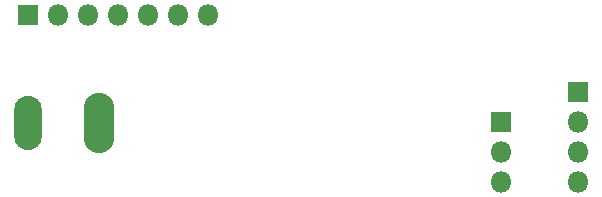
<source format=gbr>
%TF.GenerationSoftware,KiCad,Pcbnew,(5.1.6)-1*%
%TF.CreationDate,2020-10-18T09:30:19-05:00*%
%TF.ProjectId,TackleSensorPCB,5461636b-6c65-4536-956e-736f72504342,rev?*%
%TF.SameCoordinates,Original*%
%TF.FileFunction,Soldermask,Bot*%
%TF.FilePolarity,Negative*%
%FSLAX46Y46*%
G04 Gerber Fmt 4.6, Leading zero omitted, Abs format (unit mm)*
G04 Created by KiCad (PCBNEW (5.1.6)-1) date 2020-10-18 09:30:19*
%MOMM*%
%LPD*%
G01*
G04 APERTURE LIST*
%ADD10O,1.800000X1.800000*%
%ADD11R,1.800000X1.800000*%
%ADD12O,2.350000X4.600000*%
%ADD13O,2.600000X5.100000*%
G04 APERTURE END LIST*
D10*
%TO.C,J4*%
X103240000Y-62000000D03*
X100700000Y-62000000D03*
X98160000Y-62000000D03*
X95620000Y-62000000D03*
X93080000Y-62000000D03*
X90540000Y-62000000D03*
D11*
X88000000Y-62000000D03*
%TD*%
D10*
%TO.C,J3*%
X134500000Y-76120000D03*
X134500000Y-73580000D03*
X134500000Y-71040000D03*
D11*
X134500000Y-68500000D03*
%TD*%
D10*
%TO.C,J2*%
X128000000Y-76120000D03*
X128000000Y-73580000D03*
D11*
X128000000Y-71040000D03*
%TD*%
D12*
%TO.C,J1*%
X87980000Y-71120000D03*
D13*
X93980000Y-71120000D03*
%TD*%
M02*

</source>
